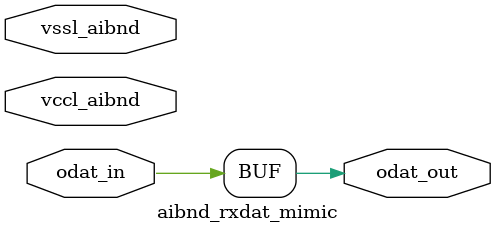
<source format=v>

module aibnd_rxdat_mimic (
	input wire vccl_aibnd,
	input wire vssl_aibnd,
	input wire odat_in,
	output wire odat_out
);

assign odat_out = odat_in;

endmodule

</source>
